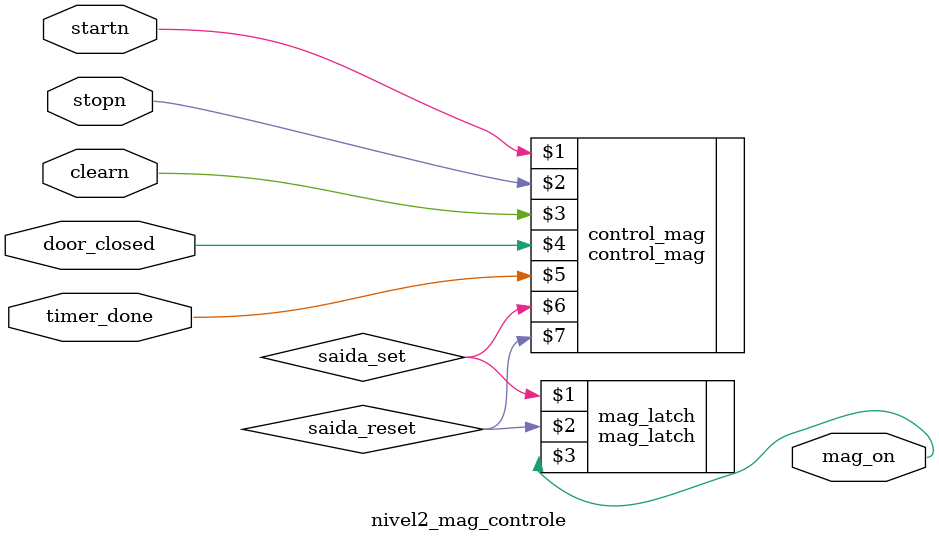
<source format=v>
`include "mag_latch.v"
`include "control_mag.v"

module nivel2_mag_controle (
    input wire startn, stopn, clearn, door_closed, timer_done,
    output wire mag_on);

wire saida_set;
wire saida_reset;

control_mag control_mag(startn, stopn, clearn, door_closed, timer_done, saida_set, saida_reset);
mag_latch mag_latch(saida_set, saida_reset, mag_on);

endmodule
</source>
